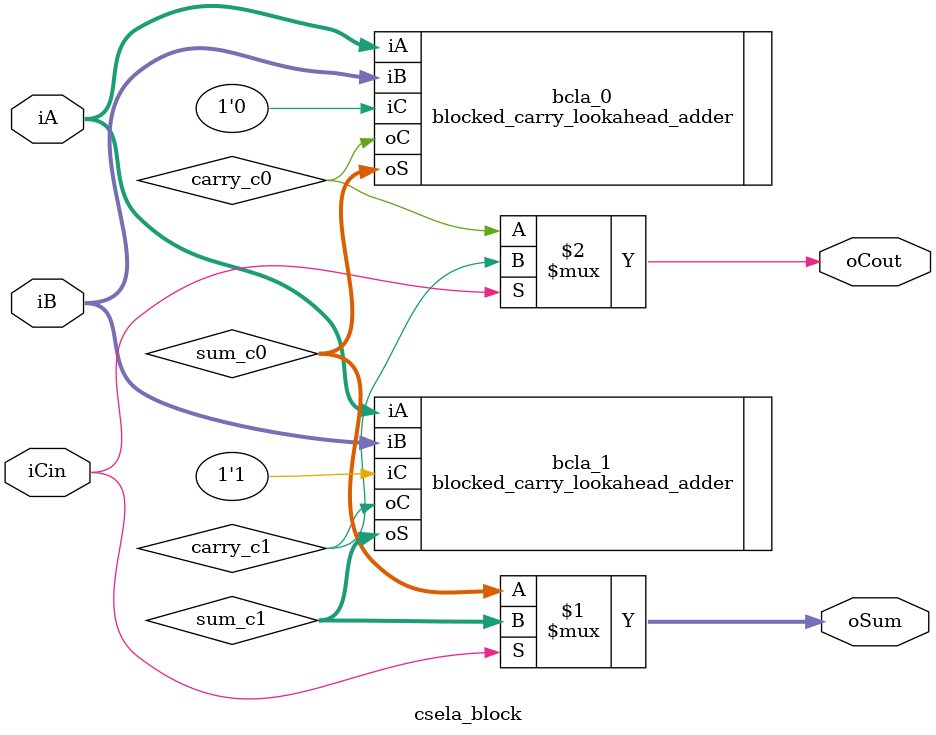
<source format=v>
`timescale 1ns / 1ps

module csela_block #(
    parameter WIDTH = 32,
    parameter SUB_BLOCK_WIDTH = 4
)(
    input  wire [WIDTH-1:0] iA,
    input  wire [WIDTH-1:0] iB,
    input  wire             iCin,
    output wire [WIDTH-1:0] oSum,
    output wire             oCout
);

    wire [WIDTH-1:0] sum_c0, sum_c1;
    wire carry_c0, carry_c1;

    // BCLA with carry = 0
    blocked_carry_lookahead_adder #(
        .WIDTH(WIDTH),
        .BLOCK_WIDTH(SUB_BLOCK_WIDTH)
    ) bcla_0 (
        .iA(iA),
        .iB(iB),
        .iC(1'b0),
        .oS(sum_c0),
        .oC(carry_c0)
    );

    // BCLA with carry = 1
    blocked_carry_lookahead_adder #(
        .WIDTH(WIDTH),
        .BLOCK_WIDTH(SUB_BLOCK_WIDTH)
    ) bcla_1 (
        .iA(iA),
        .iB(iB),
        .iC(1'b1),
        .oS(sum_c1),
        .oC(carry_c1)
    );

    // Mux logic
    assign oSum  = (iCin) ? sum_c1  : sum_c0;
    assign oCout = (iCin) ? carry_c1 : carry_c0;

endmodule

</source>
